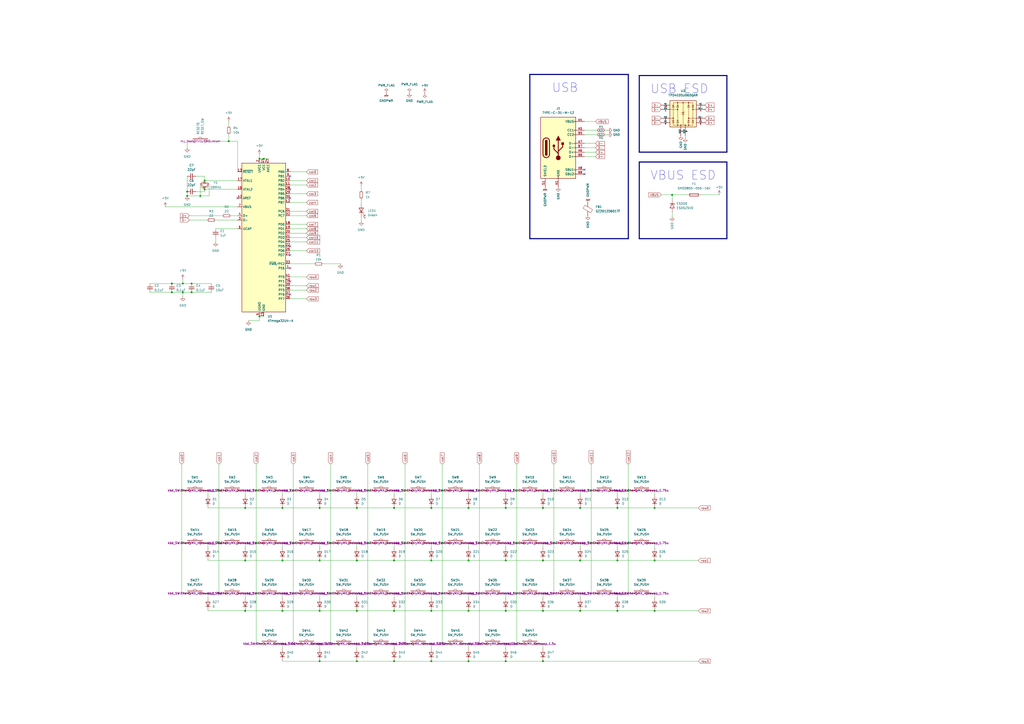
<source format=kicad_sch>
(kicad_sch (version 20231120) (generator "eeschema") (generator_version "8.0")
  (paper "A2")
  (title_block (title "Sherie") (date "2024-06-18") (rev "1.0") (company "https://www.fruity-floral.com/"))
  (junction (at 132.715 81.915))
  (junction (at 148.59 314.96))
  (junction (at 314.96 354.33))
  (junction (at 271.78 325.12))
  (junction (at 299.72 344.17))
  (junction (at 116.205 113.665))
  (junction (at 389.89 113.03))
  (junction (at 234.95 344.17))
  (junction (at 278.13 284.48))
  (junction (at 185.42 325.12))
  (junction (at 207.01 383.54))
  (junction (at 314.96 294.64))
  (junction (at 106.045 164.465))
  (junction (at 191.77 314.96))
  (junction (at 250.19 325.12))
  (junction (at 142.24 294.64))
  (junction (at 228.6 383.54))
  (junction (at 293.37 383.54))
  (junction (at 127 284.48))
  (junction (at 228.6 325.12))
  (junction (at 108.585 111.125))
  (junction (at 321.31 284.48))
  (junction (at 213.36 344.17))
  (junction (at 379.73 354.33))
  (junction (at 342.9 284.48))
  (junction (at 108.585 113.665))
  (junction (at 379.73 325.12))
  (junction (at 185.42 294.64))
  (junction (at 106.045 169.545))
  (junction (at 207.01 325.12))
  (junction (at 111.125 164.465))
  (junction (at 228.6 354.33))
  (junction (at 271.78 383.54))
  (junction (at 250.19 383.54))
  (junction (at 185.42 383.54))
  (junction (at 228.6 294.64))
  (junction (at 358.14 294.64))
  (junction (at 271.78 294.64))
  (junction (at 118.745 104.775))
  (junction (at 336.55 354.33))
  (junction (at 293.37 354.33))
  (junction (at 358.14 354.33))
  (junction (at 299.72 314.96))
  (junction (at 148.59 344.17))
  (junction (at 293.37 294.64))
  (junction (at 150.495 92.075))
  (junction (at 148.59 284.48))
  (junction (at 250.19 294.64))
  (junction (at 342.9 314.96))
  (junction (at 142.24 325.12))
  (junction (at 250.19 354.33))
  (junction (at 111.125 169.545))
  (junction (at 142.24 354.33))
  (junction (at 170.18 284.48))
  (junction (at 163.83 294.64))
  (junction (at 163.83 325.12))
  (junction (at 293.37 325.12))
  (junction (at 150.495 183.515))
  (junction (at 364.49 314.96))
  (junction (at 256.54 314.96))
  (junction (at 185.42 354.33))
  (junction (at 213.36 314.96))
  (junction (at 170.18 314.96))
  (junction (at 153.035 92.075))
  (junction (at 271.78 354.33))
  (junction (at 234.95 314.96))
  (junction (at 207.01 354.33))
  (junction (at 314.96 383.54))
  (junction (at 163.83 354.33))
  (junction (at 321.31 314.96))
  (junction (at 118.745 109.855))
  (junction (at 191.77 284.48))
  (junction (at 364.49 284.48))
  (junction (at 278.13 314.96))
  (junction (at 99.695 164.465))
  (junction (at 105.41 284.48))
  (junction (at 314.96 325.12))
  (junction (at 213.36 284.48))
  (junction (at 191.77 344.17))
  (junction (at 256.54 344.17))
  (junction (at 207.01 294.64))
  (junction (at 379.73 294.64))
  (junction (at 170.18 344.17))
  (junction (at 234.95 284.48))
  (junction (at 99.695 169.545))
  (junction (at 127 314.96))
  (junction (at 105.41 314.96))
  (junction (at 299.72 284.48))
  (junction (at 278.13 344.17))
  (junction (at 336.55 325.12))
  (junction (at 336.55 294.64))
  (junction (at 256.54 284.48))
  (junction (at 358.14 325.12))
  (no_connect (at 168.275 147.955))
  (no_connect (at 168.275 170.815))
  (no_connect (at 168.275 142.875))
  (no_connect (at 339.09 100.965))
  (no_connect (at 168.275 102.235))
  (no_connect (at 168.275 109.855))
  (no_connect (at 168.275 163.195))
  (no_connect (at 168.275 114.935))
  (no_connect (at 168.275 155.575))
  (no_connect (at 137.795 114.935))
  (no_connect (at 339.09 98.425))
  (wire (pts (xy 278.13 284.48) (xy 278.13 314.96)))
  (wire (pts (xy 336.55 346.71) (xy 336.55 344.17)))
  (wire (pts (xy 389.89 113.03) (xy 398.78 113.03)))
  (wire (pts (xy 125.095 132.715) (xy 137.795 132.715)))
  (wire (pts (xy 207.01 375.92) (xy 207.01 373.38)))
  (wire (pts (xy 250.19 354.33) (xy 271.78 354.33)))
  (wire (pts (xy 379.73 354.33) (xy 405.13 354.33)))
  (wire (pts (xy 278.13 269.24) (xy 278.13 284.48)))
  (wire (pts (xy 168.275 145.415) (xy 177.8 145.415)))
  (wire (pts (xy 168.275 117.475) (xy 177.8 117.475)))
  (wire (pts (xy 106.045 169.545) (xy 106.045 172.085)))
  (wire (pts (xy 250.19 325.12) (xy 271.78 325.12)))
  (wire (pts (xy 191.77 284.48) (xy 191.77 314.96)))
  (wire (pts (xy 142.24 325.12) (xy 163.83 325.12)))
  (wire (pts (xy 379.73 294.64) (xy 405.13 294.64)))
  (wire (pts (xy 163.83 375.92) (xy 163.83 373.38)))
  (wire (pts (xy 109.855 127.635) (xy 120.015 127.635)))
  (wire (pts (xy 150.495 89.535) (xy 150.495 92.075)))
  (wire (pts (xy 185.42 346.71) (xy 185.42 344.17)))
  (wire (pts (xy 250.19 294.64) (xy 271.78 294.64)))
  (wire (pts (xy 86.995 169.545) (xy 99.695 169.545)))
  (wire (pts (xy 108.585 102.235) (xy 108.585 111.125)))
  (wire (pts (xy 168.275 132.715) (xy 177.8 132.715)))
  (wire (pts (xy 228.6 317.5) (xy 228.6 314.96)))
  (wire (pts (xy 256.54 314.96) (xy 256.54 344.17)))
  (wire (pts (xy 111.125 169.545) (xy 122.555 169.545)))
  (wire (pts (xy 336.55 325.12) (xy 358.14 325.12)))
  (bus (pts (xy 307.34 43.18) (xy 364.49 43.18)) (stroke (width 0.635)))
  (wire (pts (xy 271.78 287.02) (xy 271.78 284.48)))
  (wire (pts (xy 364.49 269.24) (xy 364.49 284.48)))
  (wire (pts (xy 125.095 127.635) (xy 137.795 127.635)))
  (wire (pts (xy 118.745 111.125) (xy 118.745 109.855)))
  (wire (pts (xy 293.37 354.33) (xy 314.96 354.33)))
  (wire (pts (xy 228.6 346.71) (xy 228.6 344.17)))
  (wire (pts (xy 314.96 354.33) (xy 336.55 354.33)))
  (wire (pts (xy 271.78 294.64) (xy 293.37 294.64)))
  (bus (pts (xy 307.34 43.18) (xy 307.34 138.43)) (stroke (width 0.635)))
  (wire (pts (xy 209.55 115.57) (xy 209.55 118.11)))
  (wire (pts (xy 163.83 354.33) (xy 185.42 354.33)))
  (wire (pts (xy 339.09 75.565) (xy 346.075 75.565)))
  (wire (pts (xy 250.19 287.02) (xy 250.19 284.48)))
  (wire (pts (xy 358.14 294.64) (xy 379.73 294.64)))
  (wire (pts (xy 293.37 346.71) (xy 293.37 344.17)))
  (wire (pts (xy 293.37 317.5) (xy 293.37 314.96)))
  (wire (pts (xy 106.045 164.465) (xy 111.125 164.465)))
  (wire (pts (xy 168.275 125.095) (xy 177.8 125.095)))
  (wire (pts (xy 379.73 317.5) (xy 379.73 314.96)))
  (wire (pts (xy 163.83 294.64) (xy 185.42 294.64)))
  (wire (pts (xy 121.285 107.315) (xy 121.285 113.665)))
  (wire (pts (xy 163.83 325.12) (xy 185.42 325.12)))
  (wire (pts (xy 234.95 314.96) (xy 234.95 344.17)))
  (wire (pts (xy 125.095 137.795) (xy 125.095 140.335)))
  (wire (pts (xy 207.01 294.64) (xy 228.6 294.64)))
  (wire (pts (xy 127 269.24) (xy 127 284.48)))
  (wire (pts (xy 168.275 135.255) (xy 177.8 135.255)))
  (wire (pts (xy 339.09 70.485) (xy 345.44 70.485)))
  (wire (pts (xy 108.585 81.915) (xy 108.585 85.725)))
  (wire (pts (xy 168.275 153.035) (xy 182.245 153.035)))
  (wire (pts (xy 364.49 284.48) (xy 364.49 314.96)))
  (wire (pts (xy 116.205 113.665) (xy 108.585 113.665)))
  (wire (pts (xy 168.275 165.735) (xy 177.8 165.735)))
  (wire (pts (xy 314.96 346.71) (xy 314.96 344.17)))
  (wire (pts (xy 351.155 78.105) (xy 352.425 78.105)))
  (wire (pts (xy 185.42 325.12) (xy 207.01 325.12)))
  (wire (pts (xy 177.8 173.355) (xy 168.275 173.355)))
  (wire (pts (xy 314.96 294.64) (xy 336.55 294.64)))
  (wire (pts (xy 228.6 375.92) (xy 228.6 373.38)))
  (wire (pts (xy 397.51 78.74) (xy 397.51 80.01)))
  (wire (pts (xy 213.36 314.96) (xy 213.36 344.17)))
  (wire (pts (xy 113.665 102.235) (xy 118.745 102.235)))
  (wire (pts (xy 336.55 294.64) (xy 358.14 294.64)))
  (wire (pts (xy 358.14 325.12) (xy 379.73 325.12)))
  (wire (pts (xy 314.96 383.54) (xy 405.13 383.54)))
  (bus (pts (xy 364.49 43.18) (xy 364.49 138.43)) (stroke (width 0.635)))
  (wire (pts (xy 132.715 70.485) (xy 132.715 73.025)))
  (wire (pts (xy 339.09 88.265) (xy 345.44 88.265)))
  (wire (pts (xy 116.205 107.315) (xy 116.205 113.665)))
  (wire (pts (xy 271.78 317.5) (xy 271.78 314.96)))
  (wire (pts (xy 99.695 164.465) (xy 106.045 164.465)))
  (wire (pts (xy 153.035 92.075) (xy 155.575 92.075)))
  (wire (pts (xy 187.325 153.035) (xy 197.485 153.035)))
  (wire (pts (xy 271.78 325.12) (xy 293.37 325.12)))
  (wire (pts (xy 213.36 269.24) (xy 213.36 284.48)))
  (wire (pts (xy 150.495 183.515) (xy 153.035 183.515)))
  (wire (pts (xy 132.715 78.105) (xy 132.715 81.915)))
  (wire (pts (xy 278.13 344.17) (xy 278.13 373.38)))
  (wire (pts (xy 142.24 294.64) (xy 163.83 294.64)))
  (wire (pts (xy 118.745 102.235) (xy 118.745 104.775)))
  (wire (pts (xy 339.09 78.105) (xy 346.075 78.105)))
  (wire (pts (xy 207.01 287.02) (xy 207.01 284.48)))
  (wire (pts (xy 379.73 287.02) (xy 379.73 284.48)))
  (wire (pts (xy 389.89 125.73) (xy 389.89 123.19)))
  (wire (pts (xy 314.96 325.12) (xy 336.55 325.12)))
  (bus (pts (xy 307.34 138.43) (xy 364.49 138.43)) (stroke (width 0.635)))
  (wire (pts (xy 170.18 269.24) (xy 170.18 284.48)))
  (wire (pts (xy 168.275 122.555) (xy 177.8 122.555)))
  (wire (pts (xy 111.125 164.465) (xy 122.555 164.465)))
  (wire (pts (xy 271.78 383.54) (xy 293.37 383.54)))
  (wire (pts (xy 191.77 314.96) (xy 191.77 344.17)))
  (wire (pts (xy 278.13 314.96) (xy 278.13 344.17)))
  (wire (pts (xy 339.09 83.185) (xy 345.44 83.185)))
  (wire (pts (xy 271.78 375.92) (xy 271.78 373.38)))
  (wire (pts (xy 106.045 161.925) (xy 106.045 164.465)))
  (wire (pts (xy 163.83 383.54) (xy 185.42 383.54)))
  (bus (pts (xy 421.64 88.265) (xy 370.84 88.265)) (stroke (width 0.635)))
  (wire (pts (xy 213.36 284.48) (xy 213.36 314.96)))
  (wire (pts (xy 250.19 375.92) (xy 250.19 373.38)))
  (wire (pts (xy 168.275 107.315) (xy 177.8 107.315)))
  (wire (pts (xy 132.715 81.915) (xy 137.795 81.915)))
  (wire (pts (xy 342.9 269.24) (xy 342.9 284.48)))
  (wire (pts (xy 142.24 317.5) (xy 142.24 314.96)))
  (wire (pts (xy 271.78 346.71) (xy 271.78 344.17)))
  (wire (pts (xy 142.24 346.71) (xy 142.24 344.17)))
  (wire (pts (xy 185.42 317.5) (xy 185.42 314.96)))
  (bus (pts (xy 370.84 43.815) (xy 421.64 43.815)) (stroke (width 0.635)))
  (wire (pts (xy 150.495 92.075) (xy 153.035 92.075)))
  (wire (pts (xy 207.01 354.33) (xy 228.6 354.33)))
  (wire (pts (xy 148.59 284.48) (xy 148.59 314.96)))
  (wire (pts (xy 137.795 81.915) (xy 137.795 99.695)))
  (wire (pts (xy 106.045 169.545) (xy 111.125 169.545)))
  (wire (pts (xy 379.73 346.71) (xy 379.73 344.17)))
  (wire (pts (xy 339.09 85.725) (xy 345.44 85.725)))
  (wire (pts (xy 105.41 314.96) (xy 105.41 344.17)))
  (wire (pts (xy 170.18 284.48) (xy 170.18 314.96)))
  (wire (pts (xy 379.73 325.12) (xy 405.13 325.12)))
  (wire (pts (xy 342.9 314.96) (xy 342.9 344.17)))
  (wire (pts (xy 168.275 130.175) (xy 177.8 130.175)))
  (wire (pts (xy 321.31 284.48) (xy 321.31 314.96)))
  (wire (pts (xy 406.4 113.03) (xy 417.195 113.03)))
  (wire (pts (xy 168.275 140.335) (xy 177.8 140.335)))
  (wire (pts (xy 118.745 104.775) (xy 137.795 104.775)))
  (wire (pts (xy 234.95 284.48) (xy 234.95 314.96)))
  (wire (pts (xy 293.37 383.54) (xy 314.96 383.54)))
  (wire (pts (xy 191.77 269.24) (xy 191.77 284.48)))
  (wire (pts (xy 142.24 287.02) (xy 142.24 284.48)))
  (wire (pts (xy 228.6 287.02) (xy 228.6 284.48)))
  (wire (pts (xy 207.01 317.5) (xy 207.01 314.96)))
  (bus (pts (xy 421.64 43.815) (xy 421.64 88.265)) (stroke (width 0.635)))
  (wire (pts (xy 271.78 354.33) (xy 293.37 354.33)))
  (wire (pts (xy 168.275 99.695) (xy 177.8 99.695)))
  (wire (pts (xy 339.09 90.805) (xy 345.44 90.805)))
  (wire (pts (xy 207.01 325.12) (xy 228.6 325.12)))
  (wire (pts (xy 168.275 160.655) (xy 177.8 160.655)))
  (wire (pts (xy 120.65 354.33) (xy 142.24 354.33)))
  (wire (pts (xy 86.995 164.465) (xy 99.695 164.465)))
  (wire (pts (xy 351.155 75.565) (xy 352.425 75.565)))
  (wire (pts (xy 108.585 111.125) (xy 108.585 113.665)))
  (wire (pts (xy 383.54 113.03) (xy 389.89 113.03)))
  (wire (pts (xy 358.14 346.71) (xy 358.14 344.17)))
  (wire (pts (xy 234.95 269.24) (xy 234.95 284.48)))
  (wire (pts (xy 228.6 325.12) (xy 250.19 325.12)))
  (wire (pts (xy 185.42 383.54) (xy 207.01 383.54)))
  (wire (pts (xy 207.01 383.54) (xy 228.6 383.54)))
  (wire (pts (xy 293.37 375.92) (xy 293.37 373.38)))
  (wire (pts (xy 120.65 287.02) (xy 120.65 284.48)))
  (wire (pts (xy 228.6 294.64) (xy 250.19 294.64)))
  (wire (pts (xy 133.985 125.095) (xy 137.795 125.095)))
  (wire (pts (xy 209.55 125.73) (xy 209.55 128.27)))
  (wire (pts (xy 228.6 383.54) (xy 250.19 383.54)))
  (wire (pts (xy 293.37 325.12) (xy 314.96 325.12)))
  (bus (pts (xy 421.64 93.98) (xy 421.64 138.43)) (stroke (width 0.635)))
  (wire (pts (xy 168.275 112.395) (xy 177.8 112.395)))
  (wire (pts (xy 170.18 344.17) (xy 170.18 373.38)))
  (wire (pts (xy 113.665 111.125) (xy 118.745 111.125)))
  (wire (pts (xy 127 284.48) (xy 127 314.96)))
  (wire (pts (xy 105.41 284.48) (xy 105.41 314.96)))
  (wire (pts (xy 150.495 186.055) (xy 150.495 183.515)))
  (wire (pts (xy 191.77 344.17) (xy 191.77 373.38)))
  (wire (pts (xy 95.885 120.015) (xy 137.795 120.015)))
  (wire (pts (xy 185.42 294.64) (xy 207.01 294.64)))
  (wire (pts (xy 118.745 109.855) (xy 137.795 109.855)))
  (wire (pts (xy 170.18 314.96) (xy 170.18 344.17)))
  (wire (pts (xy 123.825 81.915) (xy 132.715 81.915)))
  (wire (pts (xy 336.55 354.33) (xy 358.14 354.33)))
  (wire (pts (xy 234.95 344.17) (xy 234.95 373.38)))
  (wire (pts (xy 358.14 317.5) (xy 358.14 314.96)))
  (wire (pts (xy 299.72 314.96) (xy 299.72 344.17)))
  (wire (pts (xy 120.65 325.12) (xy 142.24 325.12)))
  (wire (pts (xy 336.55 317.5) (xy 336.55 314.96)))
  (wire (pts (xy 314.96 317.5) (xy 314.96 314.96)))
  (wire (pts (xy 168.275 137.795) (xy 177.8 137.795)))
  (wire (pts (xy 358.14 287.02) (xy 358.14 284.48)))
  (wire (pts (xy 163.83 346.71) (xy 163.83 344.17)))
  (wire (pts (xy 389.89 115.57) (xy 389.89 113.03)))
  (wire (pts (xy 185.42 354.33) (xy 207.01 354.33)))
  (wire (pts (xy 109.855 125.095) (xy 128.905 125.095)))
  (wire (pts (xy 121.285 113.665) (xy 116.205 113.665)))
  (wire (pts (xy 148.59 314.96) (xy 148.59 344.17)))
  (wire (pts (xy 185.42 287.02) (xy 185.42 284.48)))
  (wire (pts (xy 185.42 375.92) (xy 185.42 373.38)))
  (wire (pts (xy 207.01 346.71) (xy 207.01 344.17)))
  (wire (pts (xy 148.59 269.24) (xy 148.59 284.48)))
  (wire (pts (xy 314.96 287.02) (xy 314.96 284.48)))
  (wire (pts (xy 256.54 269.24) (xy 256.54 284.48)))
  (wire (pts (xy 120.65 317.5) (xy 120.65 314.96)))
  (wire (pts (xy 144.145 186.055) (xy 150.495 186.055)))
  (wire (pts (xy 321.31 269.24) (xy 321.31 284.48)))
  (wire (pts (xy 358.14 354.33) (xy 379.73 354.33)))
  (wire (pts (xy 120.65 346.71) (xy 120.65 344.17)))
  (bus (pts (xy 421.64 138.43) (xy 370.84 138.43)) (stroke (width 0.635)))
  (wire (pts (xy 213.36 344.17) (xy 213.36 373.38)))
  (wire (pts (xy 293.37 287.02) (xy 293.37 284.48)))
  (wire (pts (xy 314.96 375.92) (xy 314.96 373.38)))
  (wire (pts (xy 168.275 104.775) (xy 177.8 104.775)))
  (wire (pts (xy 163.83 317.5) (xy 163.83 314.96)))
  (wire (pts (xy 299.72 284.48) (xy 299.72 314.96)))
  (wire (pts (xy 250.19 383.54) (xy 271.78 383.54)))
  (wire (pts (xy 105.41 269.24) (xy 105.41 284.48)))
  (wire (pts (xy 163.83 287.02) (xy 163.83 284.48)))
  (bus (pts (xy 370.84 93.98) (xy 421.64 93.98)) (stroke (width 0.635)))
  (wire (pts (xy 299.72 344.17) (xy 299.72 373.38)))
  (wire (pts (xy 293.37 294.64) (xy 314.96 294.64)))
  (wire (pts (xy 127 314.96) (xy 127 344.17)))
  (wire (pts (xy 250.19 317.5) (xy 250.19 314.96)))
  (wire (pts (xy 256.54 284.48) (xy 256.54 314.96)))
  (wire (pts (xy 250.19 346.71) (xy 250.19 344.17)))
  (wire (pts (xy 364.49 314.96) (xy 364.49 344.17)))
  (bus (pts (xy 370.84 43.815) (xy 370.84 88.265)) (stroke (width 0.635)))
  (wire (pts (xy 321.31 314.96) (xy 321.31 344.17)))
  (wire (pts (xy 256.54 344.17) (xy 256.54 373.38)))
  (wire (pts (xy 120.65 294.64) (xy 142.24 294.64)))
  (wire (pts (xy 342.9 284.48) (xy 342.9 314.96)))
  (wire (pts (xy 99.695 169.545) (xy 106.045 169.545)))
  (wire (pts (xy 168.275 168.275) (xy 177.8 168.275)))
  (wire (pts (xy 336.55 287.02) (xy 336.55 284.48)))
  (wire (pts (xy 228.6 354.33) (xy 250.19 354.33)))
  (wire (pts (xy 299.72 269.24) (xy 299.72 284.48)))
  (wire (pts (xy 209.55 107.95) (xy 209.55 110.49)))
  (wire (pts (xy 142.24 354.33) (xy 163.83 354.33)))
  (wire (pts (xy 148.59 344.17) (xy 148.59 373.38)))
  (bus (pts (xy 370.84 93.98) (xy 370.84 138.43)) (stroke (width 0.635)))
  (text "USB" (at 320.04 53.975 0) (effects (font (size 5.08 5.08)) (justify left bottom)))
  (text "USB ESD" (at 377.19 54.61 0) (effects (font (size 5.08 5.08)) (justify left bottom)))
  (text "VBUS ESD" (at 377.19 104.775 0) (effects (font (size 5.08 5.08)) (justify left bottom)))
  (global_label "col4" (shape input) (at 191.77 269.24 90) (property "Intersheetrefs" "${INTERSHEET_REFS}" (effects (hide yes))))
  (global_label "row0" (shape input) (at 177.8 160.655 0) (property "Intersheetrefs" "${INTERSHEET_REFS}" (effects (hide yes))))
  (global_label "col3" (shape input) (at 170.18 269.24 90) (property "Intersheetrefs" "${INTERSHEET_REFS}" (effects (hide yes))))
  (global_label "col7" (shape input) (at 177.8 130.175 0) (property "Intersheetrefs" "${INTERSHEET_REFS}" (effects (hide yes))))
  (global_label "D+" (shape input) (at 345.44 90.805 0) (property "Intersheetrefs" "${INTERSHEET_REFS}" (effects (hide yes))))
  (global_label "col8" (shape input) (at 278.13 269.24 90) (property "Intersheetrefs" "${INTERSHEET_REFS}" (effects (hide yes))))
  (global_label "D+" (shape input) (at 408.94 63.5 0) (property "Intersheetrefs" "${INTERSHEET_REFS}" (effects (hide yes))))
  (global_label "row0" (shape input) (at 405.13 294.64 0) (property "Intersheetrefs" "${INTERSHEET_REFS}" (effects (hide yes))))
  (global_label "D-" (shape input) (at 345.44 85.725 0) (property "Intersheetrefs" "${INTERSHEET_REFS}" (effects (hide yes))))
  (global_label "D+" (shape input) (at 408.94 68.58 0) (property "Intersheetrefs" "${INTERSHEET_REFS}" (effects (hide yes))))
  (global_label "col10" (shape input) (at 177.8 137.795 0) (property "Intersheetrefs" "${INTERSHEET_REFS}" (effects (hide yes))))
  (global_label "col12" (shape input) (at 177.8 145.415 0) (property "Intersheetrefs" "${INTERSHEET_REFS}" (effects (hide yes))))
  (global_label "col11" (shape input) (at 177.8 140.335 0) (property "Intersheetrefs" "${INTERSHEET_REFS}" (effects (hide yes))))
  (global_label "row3" (shape input) (at 177.8 173.355 0) (property "Intersheetrefs" "${INTERSHEET_REFS}" (effects (hide yes))))
  (global_label "col8" (shape input) (at 177.8 132.715 0) (property "Intersheetrefs" "${INTERSHEET_REFS}" (effects (hide yes))))
  (global_label "col6" (shape input) (at 234.95 269.24 90) (property "Intersheetrefs" "${INTERSHEET_REFS}" (effects (hide yes))))
  (global_label "col9" (shape input) (at 299.72 269.24 90) (property "Intersheetrefs" "${INTERSHEET_REFS}" (effects (hide yes))))
  (global_label "D-" (shape input) (at 383.54 68.58 180) (property "Intersheetrefs" "${INTERSHEET_REFS}" (effects (hide yes))))
  (global_label "VBUS" (shape input) (at 345.44 70.485 0) (property "Intersheetrefs" "${INTERSHEET_REFS}" (effects (hide yes))))
  (global_label "col1" (shape input) (at 177.8 104.775 0) (property "Intersheetrefs" "${INTERSHEET_REFS}" (effects (hide yes))))
  (global_label "row2" (shape input) (at 405.13 354.33 0) (property "Intersheetrefs" "${INTERSHEET_REFS}" (effects (hide yes))))
  (global_label "row2" (shape input) (at 177.8 168.275 0) (property "Intersheetrefs" "${INTERSHEET_REFS}" (effects (hide yes))))
  (global_label "col12" (shape input) (at 364.49 269.24 90) (property "Intersheetrefs" "${INTERSHEET_REFS}" (effects (hide yes))))
  (global_label "col7" (shape input) (at 256.54 269.24 90) (property "Intersheetrefs" "${INTERSHEET_REFS}" (effects (hide yes))))
  (global_label "col6" (shape input) (at 177.8 125.095 0) (property "Intersheetrefs" "${INTERSHEET_REFS}" (effects (hide yes))))
  (global_label "D+" (shape input) (at 109.855 125.095 180) (property "Intersheetrefs" "${INTERSHEET_REFS}" (effects (hide yes))))
  (global_label "D+" (shape input) (at 408.94 60.96 0) (property "Intersheetrefs" "${INTERSHEET_REFS}" (effects (hide yes))))
  (global_label "D-" (shape input) (at 383.54 71.12 180) (property "Intersheetrefs" "${INTERSHEET_REFS}" (effects (hide yes))))
  (global_label "col5" (shape input) (at 213.36 269.24 90) (property "Intersheetrefs" "${INTERSHEET_REFS}" (effects (hide yes))))
  (global_label "col2" (shape input) (at 148.59 269.24 90) (property "Intersheetrefs" "${INTERSHEET_REFS}" (effects (hide yes))))
  (global_label "D-" (shape input) (at 383.54 60.96 180) (property "Intersheetrefs" "${INTERSHEET_REFS}" (effects (hide yes))))
  (global_label "col10" (shape input) (at 321.31 269.24 90) (property "Intersheetrefs" "${INTERSHEET_REFS}" (effects (hide yes))))
  (global_label "col9" (shape input) (at 177.8 135.255 0) (property "Intersheetrefs" "${INTERSHEET_REFS}" (effects (hide yes))))
  (global_label "col5" (shape input) (at 177.8 122.555 0) (property "Intersheetrefs" "${INTERSHEET_REFS}" (effects (hide yes))))
  (global_label "D-" (shape input) (at 345.44 83.185 0) (property "Intersheetrefs" "${INTERSHEET_REFS}" (effects (hide yes))))
  (global_label "row3" (shape input) (at 405.13 383.54 0) (property "Intersheetrefs" "${INTERSHEET_REFS}" (effects (hide yes))))
  (global_label "col2" (shape input) (at 177.8 107.315 0) (property "Intersheetrefs" "${INTERSHEET_REFS}" (effects (hide yes))))
  (global_label "D-" (shape input) (at 383.54 63.5 180) (property "Intersheetrefs" "${INTERSHEET_REFS}" (effects (hide yes))))
  (global_label "col11" (shape input) (at 342.9 269.24 90) (property "Intersheetrefs" "${INTERSHEET_REFS}" (effects (hide yes))))
  (global_label "col4" (shape input) (at 177.8 117.475 0) (property "Intersheetrefs" "${INTERSHEET_REFS}" (effects (hide yes))))
  (global_label "D-" (shape input) (at 109.855 127.635 180) (property "Intersheetrefs" "${INTERSHEET_REFS}" (effects (hide yes))))
  (global_label "row1" (shape input) (at 405.13 325.12 0) (property "Intersheetrefs" "${INTERSHEET_REFS}" (effects (hide yes))))
  (global_label "col3" (shape input) (at 177.8 112.395 0) (property "Intersheetrefs" "${INTERSHEET_REFS}" (effects (hide yes))))
  (global_label "col0" (shape input) (at 105.41 269.24 90) (property "Intersheetrefs" "${INTERSHEET_REFS}" (effects (hide yes))))
  (global_label "col0" (shape input) (at 177.8 99.695 0) (property "Intersheetrefs" "${INTERSHEET_REFS}" (effects (hide yes))))
  (global_label "col1" (shape input) (at 127 269.24 90) (property "Intersheetrefs" "${INTERSHEET_REFS}" (effects (hide yes))))
  (global_label "D+" (shape input) (at 345.44 88.265 0) (property "Intersheetrefs" "${INTERSHEET_REFS}" (effects (hide yes))))
  (global_label "row1" (shape input) (at 177.8 165.735 0) (property "Intersheetrefs" "${INTERSHEET_REFS}" (effects (hide yes))))
  (global_label "VBUS" (shape input) (at 383.54 113.03 180) (property "Intersheetrefs" "${INTERSHEET_REFS}" (effects (hide yes))))
  (global_label "D+" (shape input) (at 408.94 71.12 0) (property "Intersheetrefs" "${INTERSHEET_REFS}" (effects (hide yes))))
  (symbol (lib_id "kbd:SW_PUSH") (at 116.205 81.915 0) (unit 1)
    (property "Reference" "RESET0" (at 114.9349 78.105 90) (effects (justify left)))
    (property "Value" "RESET_SW" (at 117.4749 78.105 90) (effects (justify left)))
    (property "Footprint" "my_footprints:SMD_reset" (at 116.205 81.915 0))
  )
  (symbol (lib_id "kbd:SW_PUSH") (at 264.16 344.17 0) (unit 1)
    (property "Reference" "SW34" (at 264.16 336.55 0))
    (property "Value" "SW_PUSH" (at 264.16 339.09 0))
    (property "Footprint" "kbd_SW:CherryMX_Hotswap_1u" (at 264.16 344.17 0))
  )
  (symbol (lib_id "Device:D") (at 163.83 350.52 90) (unit 1)
    (property "Reference" "D29" (at 166.37 349.2499 90) (effects (justify right)))
    (property "Value" "D" (at 166.37 351.7899 90) (effects (justify right)))
    (property "Footprint" "kbd_Parts:Diode_TH_SMD_without_holes" (effects (hide yes)))
    (property "Description" "Diode" (effects (hide yes)))
    (property "Sim.Device" "D" (effects (hide yes)))
    (property "Sim.Pins" "1=K 2=A" (effects (hide yes)))
  )
  (symbol (lib_id "Device:D") (at 207.01 290.83 90) (unit 1)
    (property "Reference" "D5" (at 209.55 289.5599 90) (effects (justify right)))
    (property "Value" "D" (at 209.55 292.0999 90) (effects (justify right)))
    (property "Footprint" "kbd_Parts:Diode_TH_SMD_without_holes" (effects (hide yes)))
    (property "Description" "Diode" (effects (hide yes)))
    (property "Sim.Device" "D" (effects (hide yes)))
    (property "Sim.Pins" "1=K 2=A" (effects (hide yes)))
  )
  (symbol (lib_id "kbd:SW_PUSH") (at 156.21 373.38 0) (unit 1)
    (property "Reference" "SW40" (at 156.21 365.76 0))
    (property "Value" "SW_PUSH" (at 156.21 368.3 0))
    (property "Footprint" "kbd_SW:CherryMX_Hotswap_1.5u" (at 156.21 373.38 0))
  )
  (symbol (lib_id "Device:R_Small") (at 209.55 113.03 0) (unit 1)
    (property "Reference" "R7" (at 212.09 111.7599 0) (effects (justify left)))
    (property "Value" "1k" (at 212.09 114.2999 0) (effects (justify left)))
    (property "Footprint" "Resistor_SMD:R_0805_2012Metric" (effects (hide yes)))
    (property "Description" "Resistor, small symbol" (effects (hide yes)))
  )
  (symbol (lib_id "kbd:SW_PUSH") (at 177.8 314.96 0) (unit 1)
    (property "Reference" "SW17" (at 177.8 307.34 0))
    (property "Value" "SW_PUSH" (at 177.8 309.88 0))
    (property "Footprint" "kbd_SW:CherryMX_Hotswap_1u" (at 177.8 314.96 0))
  )
  (symbol (lib_id "Device:D") (at 336.55 290.83 90) (unit 1)
    (property "Reference" "D11" (at 339.09 289.5599 90) (effects (justify right)))
    (property "Value" "D" (at 339.09 292.0999 90) (effects (justify right)))
    (property "Footprint" "kbd_Parts:Diode_TH_SMD_without_holes" (effects (hide yes)))
    (property "Description" "Diode" (effects (hide yes)))
    (property "Sim.Device" "D" (effects (hide yes)))
    (property "Sim.Pins" "1=K 2=A" (effects (hide yes)))
  )
  (symbol (lib_id "power:+5V") (at 246.38 53.975 0) (unit 1)
    (property "Reference" "#PWR021" (effects (hide yes)))
    (property "Value" "+5V" (at 246.38 49.53 0))
    (property "Description" "Power symbol creates a global label with name \"+5V\"" (effects (hide yes)))
  )
  (symbol (lib_id "Device:D") (at 271.78 379.73 90) (unit 1)
    (property "Reference" "D45" (at 274.32 378.4599 90) (effects (justify right)))
    (property "Value" "D" (at 274.32 380.9999 90) (effects (justify right)))
    (property "Footprint" "kbd_Parts:Diode_TH_SMD_without_holes" (effects (hide yes)))
    (property "Description" "Diode" (effects (hide yes)))
    (property "Sim.Device" "D" (effects (hide yes)))
    (property "Sim.Pins" "1=K 2=A" (effects (hide yes)))
  )
  (symbol (lib_id "Device:Crystal_GND24_Small") (at 118.745 107.315 270) (unit 1)
    (property "Reference" "Y1" (at 125.095 106.045 90))
    (property "Value" "16MHz" (at 125.095 108.585 90))
    (property "Footprint" "Crystal:Crystal_SMD_3225-4Pin_3.2x2.5mm" (effects (hide yes)))
    (property "Description" "Four pin crystal, GND on pins 2 and 4, small symbol" (effects (hide yes)))
  )
  (symbol (lib_id "Device:C_Small") (at 122.555 167.005 0) (unit 1)
    (property "Reference" "C5" (at 125.095 165.7412 0) (effects (justify left)))
    (property "Value" "10uF" (at 125.095 168.2812 0) (effects (justify left)))
    (property "Footprint" "Capacitor_SMD:C_0805_2012Metric" (effects (hide yes)))
    (property "Description" "Unpolarized capacitor, small symbol" (effects (hide yes)))
  )
  (symbol (lib_id "Device:D") (at 207.01 350.52 90) (unit 1)
    (property "Reference" "D31" (at 209.55 349.2499 90) (effects (justify right)))
    (property "Value" "D" (at 209.55 351.7899 90) (effects (justify right)))
    (property "Footprint" "kbd_Parts:Diode_TH_SMD_without_holes" (effects (hide yes)))
    (property "Description" "Diode" (effects (hide yes)))
    (property "Sim.Device" "D" (effects (hide yes)))
    (property "Sim.Pins" "1=K 2=A" (effects (hide yes)))
  )
  (symbol (lib_id "Connector:USB_C_Receptacle_USB2.0") (at 323.85 85.725 0) (unit 1)
    (property "Reference" "J1" (at 323.85 62.865 0))
    (property "Value" "TYPE-C-31-M-12" (at 323.85 65.405 0))
    (property "Footprint" "locallib:HRO-TYPE-C-31-M-12-Assembly" (effects (hide yes)))
    (property "Datasheet" "https://www.usb.org/sites/default/files/documents/usb_type-c.zip" (effects (hide yes)))
    (property "Manufacturer" "Koren Hroparts" (effects (hide yes)))
    (property "Manufacturer Part Number" "TYPE-C-31-M-12" (effects (hide yes)))
    (property "LCSC Part Number" "C165948" (effects (hide yes)))
  )
  (symbol (lib_id "Device:D") (at 271.78 350.52 90) (unit 1)
    (property "Reference" "D34" (at 274.32 349.2499 90) (effects (justify right)))
    (property "Value" "D" (at 274.32 351.7899 90) (effects (justify right)))
    (property "Footprint" "kbd_Parts:Diode_TH_SMD_without_holes" (effects (hide yes)))
    (property "Description" "Diode" (effects (hide yes)))
    (property "Sim.Device" "D" (effects (hide yes)))
    (property "Sim.Pins" "1=K 2=A" (effects (hide yes)))
  )
  (symbol (lib_id "kbd:SW_PUSH") (at 264.16 373.38 0) (unit 1)
    (property "Reference" "SW45" (at 264.16 365.76 0))
    (property "Value" "SW_PUSH" (at 264.16 368.3 0))
    (property "Footprint" "kbd_SW:CherryMX_Hotswap_1.5u" (at 264.16 373.38 0))
  )
  (symbol (lib_id "acheron_Symbols:TPD4E05U06DQAR") (at 396.24 66.04 0) (unit 1)
    (property "Reference" "U2" (at 396.24 52.705 0))
    (property "Value" "TPD4E05U06DQAR" (at 396.24 55.245 0))
    (property "Footprint" "acheron_Components:USON-10_2.5x1.0mm_P0.5mm" (effects (hide yes)))
    (property "Manufacturer" "MSKSEMI" (effects (hide yes)))
    (property "Package" "uSON-10" (effects (hide yes)))
    (property "Manufacturer Part Number" "TPD4E05U06DQAR" (effects (hide yes)))
    (property "LCSC Part Number" "C2836386" (effects (hide yes)))
  )
  (symbol (lib_id "Device:D") (at 293.37 379.73 90) (unit 1)
    (property "Reference" "D46" (at 295.91 378.4599 90) (effects (justify right)))
    (property "Value" "D" (at 295.91 380.9999 90) (effects (justify right)))
    (property "Footprint" "kbd_Parts:Diode_TH_SMD_without_holes" (effects (hide yes)))
    (property "Description" "Diode" (effects (hide yes)))
    (property "Sim.Device" "D" (effects (hide yes)))
    (property "Sim.Pins" "1=K 2=A" (effects (hide yes)))
  )
  (symbol (lib_id "kbd:SW_PUSH") (at 220.98 344.17 0) (unit 1)
    (property "Reference" "SW32" (at 220.98 336.55 0))
    (property "Value" "SW_PUSH" (at 220.98 339.09 0))
    (property "Footprint" "kbd_SW:CherryMX_Hotswap_1u" (at 220.98 344.17 0))
  )
  (symbol (lib_id "power:GNDPWR") (at 316.23 108.585 0) (unit 1)
    (property "Reference" "#PWR011" (effects (hide yes)))
    (property "Value" "GNDPWR" (at 316.23 111.76 90) (effects (justify right)))
  )
  (symbol (lib_id "Device:LED") (at 209.55 121.92 90) (unit 1)
    (property "Reference" "LED1" (at 213.36 122.2374 90) (effects (justify right)))
    (property "Value" "Green" (at 213.36 124.7774 90) (effects (justify right)))
    (property "Footprint" "my_footprints:LED0805-RD_GREEN" (effects (hide yes)))
    (property "Description" "Light emitting diode" (effects (hide yes)))
  )
  (symbol (lib_id "kbd:SW_PUSH") (at 199.39 314.96 0) (unit 1)
    (property "Reference" "SW18" (at 199.39 307.34 0))
    (property "Value" "SW_PUSH" (at 199.39 309.88 0))
    (property "Footprint" "kbd_SW:CherryMX_Hotswap_1u" (at 199.39 314.96 0))
  )
  (symbol (lib_id "power:PWR_FLAG") (at 224.155 53.975 0) (unit 1)
    (property "Reference" "#FLG03" (effects (hide yes)))
    (property "Value" "PWR_FLAG" (at 224.155 49.53 0))
    (property "Description" "Special symbol for telling ERC where power comes from" (effects (hide yes)))
  )
  (symbol (lib_id "Device:D") (at 163.83 379.73 90) (unit 1)
    (property "Reference" "D40" (at 166.37 378.4599 90) (effects (justify right)))
    (property "Value" "D" (at 166.37 380.9999 90) (effects (justify right)))
    (property "Footprint" "kbd_Parts:Diode_TH_SMD_without_holes" (effects (hide yes)))
    (property "Description" "Diode" (effects (hide yes)))
    (property "Sim.Device" "D" (effects (hide yes)))
    (property "Sim.Pins" "1=K 2=A" (effects (hide yes)))
  )
  (symbol (lib_id "power:GND") (at 108.585 85.725 0) (unit 1)
    (property "Reference" "#PWR09" (effects (hide yes)))
    (property "Value" "GND" (at 108.585 90.805 0))
    (property "Description" "Power symbol creates a global label with name \"GND\" , ground" (effects (hide yes)))
  )
  (symbol (lib_id "kbd:SW_PUSH") (at 242.57 284.48 0) (unit 1)
    (property "Reference" "SW7" (at 242.57 276.86 0))
    (property "Value" "SW_PUSH" (at 242.57 279.4 0))
    (property "Footprint" "kbd_SW:CherryMX_Hotswap_1u" (at 242.57 284.48 0))
  )
  (symbol (lib_id "power:PWR_FLAG") (at 246.38 53.975 180) (unit 1)
    (property "Reference" "#FLG02" (effects (hide yes)))
    (property "Value" "PWR_FLAG" (at 246.38 59.055 0))
    (property "Description" "Special symbol for telling ERC where power comes from" (effects (hide yes)))
  )
  (symbol (lib_id "power:GND") (at 125.095 140.335 0) (unit 1)
    (property "Reference" "#PWR04" (effects (hide yes)))
    (property "Value" "GND" (at 125.095 145.415 0))
    (property "Description" "Power symbol creates a global label with name \"GND\" , ground" (effects (hide yes)))
  )
  (symbol (lib_id "kbd:SW_PUSH") (at 199.39 344.17 0) (unit 1)
    (property "Reference" "SW31" (at 199.39 336.55 0))
    (property "Value" "SW_PUSH" (at 199.39 339.09 0))
    (property "Footprint" "kbd_SW:CherryMX_Hotswap_1u" (at 199.39 344.17 0))
  )
  (symbol (lib_id "kbd:SW_PUSH") (at 372.11 314.96 0) (unit 1)
    (property "Reference" "SW26" (at 372.11 307.34 0))
    (property "Value" "SW_PUSH" (at 372.11 309.88 0))
    (property "Footprint" "kbd_SW:CherryMX_Hotswap_1.75u" (at 372.11 314.96 0))
  )
  (symbol (lib_id "kbd:SW_PUSH") (at 242.57 344.17 0) (unit 1)
    (property "Reference" "SW33" (at 242.57 336.55 0))
    (property "Value" "SW_PUSH" (at 242.57 339.09 0))
    (property "Footprint" "kbd_SW:CherryMX_Hotswap_1u" (at 242.57 344.17 0))
  )
  (symbol (lib_id "kbd:SW_PUSH") (at 307.34 344.17 0) (unit 1)
    (property "Reference" "SW36" (at 307.34 336.55 0))
    (property "Value" "SW_PUSH" (at 307.34 339.09 0))
    (property "Footprint" "kbd_SW:CherryMX_Hotswap_1u" (at 307.34 344.17 0))
  )
  (symbol (lib_id "kbd:SW_PUSH") (at 199.39 373.38 0) (unit 1)
    (property "Reference" "SW42" (at 199.39 365.76 0))
    (property "Value" "SW_PUSH" (at 199.39 368.3 0))
    (property "Footprint" "kbd_SW:CherryMX_Hotswap_1.25u" (at 199.39 373.38 0))
  )
  (symbol (lib_id "power:GND") (at 108.585 113.665 0) (unit 1)
    (property "Reference" "#PWR08" (effects (hide yes)))
    (property "Value" "GND" (at 108.585 118.745 0))
    (property "Description" "Power symbol creates a global label with name \"GND\" , ground" (effects (hide yes)))
  )
  (symbol (lib_id "Device:D") (at 250.19 350.52 90) (unit 1)
    (property "Reference" "D33" (at 252.73 349.2499 90) (effects (justify right)))
    (property "Value" "D" (at 252.73 351.7899 90) (effects (justify right)))
    (property "Footprint" "kbd_Parts:Diode_TH_SMD_without_holes" (effects (hide yes)))
    (property "Description" "Diode" (effects (hide yes)))
    (property "Sim.Device" "D" (effects (hide yes)))
    (property "Sim.Pins" "1=K 2=A" (effects (hide yes)))
  )
  (symbol (lib_id "power:GND") (at 389.89 125.73 0) (unit 1)
    (property "Reference" "#PWR019" (effects (hide yes)))
    (property "Value" "GND" (at 389.89 128.905 90) (effects (justify right)))
  )
  (symbol (lib_id "kbd:SW_PUSH") (at 134.62 314.96 0) (unit 1)
    (property "Reference" "SW15" (at 134.62 307.34 0))
    (property "Value" "SW_PUSH" (at 134.62 309.88 0))
    (property "Footprint" "kbd_SW:CherryMX_Hotswap_1u" (at 134.62 314.96 0))
  )
  (symbol (lib_id "Device:D") (at 336.55 350.52 90) (unit 1)
    (property "Reference" "D37" (at 339.09 349.2499 90) (effects (justify right)))
    (property "Value" "D" (at 339.09 351.7899 90) (effects (justify right)))
    (property "Footprint" "kbd_Parts:Diode_TH_SMD_without_holes" (effects (hide yes)))
    (property "Description" "Diode" (effects (hide yes)))
    (property "Sim.Device" "D" (effects (hide yes)))
    (property "Sim.Pins" "1=K 2=A" (effects (hide yes)))
  )
  (symbol (lib_id "power:+5V") (at 106.045 161.925 0) (unit 1)
    (property "Reference" "#PWR05" (effects (hide yes)))
    (property "Value" "+5V" (at 106.045 156.845 0))
    (property "Description" "Power symbol creates a global label with name \"+5V\"" (effects (hide yes)))
  )
  (symbol (lib_id "Device:D") (at 228.6 379.73 90) (unit 1)
    (property "Reference" "D43" (at 231.14 378.4599 90) (effects (justify right)))
    (property "Value" "D" (at 231.14 380.9999 90) (effects (justify right)))
    (property "Footprint" "kbd_Parts:Diode_TH_SMD_without_holes" (effects (hide yes)))
    (property "Description" "Diode" (effects (hide yes)))
    (property "Sim.Device" "D" (effects (hide yes)))
    (property "Sim.Pins" "1=K 2=A" (effects (hide yes)))
  )
  (symbol (lib_id "Device:D") (at 142.24 321.31 90) (unit 1)
    (property "Reference" "D15" (at 144.78 320.0399 90) (effects (justify right)))
    (property "Value" "D" (at 144.78 322.5799 90) (effects (justify right)))
    (property "Footprint" "kbd_Parts:Diode_TH_SMD_without_holes" (effects (hide yes)))
    (property "Description" "Diode" (effects (hide yes)))
    (property "Sim.Device" "D" (effects (hide yes)))
    (property "Sim.Pins" "1=K 2=A" (effects (hide yes)))
  )
  (symbol (lib_id "Device:C_Small") (at 125.095 135.255 0) (unit 1)
    (property "Reference" "C1" (at 127.635 133.9912 0) (effects (justify left)))
    (property "Value" "1uF" (at 127.635 136.5312 0) (effects (justify left)))
    (property "Footprint" "Capacitor_SMD:C_0805_2012Metric" (effects (hide yes)))
    (property "Description" "Unpolarized capacitor, small symbol" (effects (hide yes)))
  )
  (symbol (lib_id "Device:D") (at 314.96 379.73 90) (unit 1)
    (property "Reference" "D47" (at 317.5 378.4599 90) (effects (justify right)))
    (property "Value" "D" (at 317.5 380.9999 90) (effects (justify right)))
    (property "Footprint" "kbd_Parts:Diode_TH_SMD_without_holes" (effects (hide yes)))
    (property "Description" "Diode" (effects (hide yes)))
    (property "Sim.Device" "D" (effects (hide yes)))
    (property "Sim.Pins" "1=K 2=A" (effects (hide yes)))
  )
  (symbol (lib_id "kbd:SW_PUSH") (at 350.52 284.48 0) (unit 1)
    (property "Reference" "SW12" (at 350.52 276.86 0))
    (property "Value" "SW_PUSH" (at 350.52 279.4 0))
    (property "Footprint" "kbd_SW:CherryMX_Hotswap_1u" (at 350.52 284.48 0))
  )
  (symbol (lib_id "Device:D") (at 314.96 350.52 90) (unit 1)
    (property "Reference" "D36" (at 317.5 349.2499 90) (effects (justify right)))
    (property "Value" "D" (at 317.5 351.7899 90) (effects (justify right)))
    (property "Footprint" "kbd_Parts:Diode_TH_SMD_without_holes" (effects (hide yes)))
    (property "Description" "Diode" (effects (hide yes)))
    (property "Sim.Device" "D" (effects (hide yes)))
    (property "Sim.Pins" "1=K 2=A" (effects (hide yes)))
  )
  (symbol (lib_id "kbd:SW_PUSH") (at 285.75 344.17 0) (unit 1)
    (property "Reference" "SW35" (at 285.75 336.55 0))
    (property "Value" "SW_PUSH" (at 285.75 339.09 0))
    (property "Footprint" "kbd_SW:CherryMX_Hotswap_1u" (at 285.75 344.17 0))
  )
  (symbol (lib_id "power:+5V") (at 95.885 120.015 0) (unit 1)
    (property "Reference" "#PWR07" (effects (hide yes)))
    (property "Value" "+5V" (at 95.885 114.935 0))
    (property "Description" "Power symbol creates a global label with name \"+5V\"" (effects (hide yes)))
  )
  (symbol (lib_id "power:GND") (at 144.145 186.055 0) (unit 1)
    (property "Reference" "#PWR02" (effects (hide yes)))
    (property "Value" "GND" (at 144.145 191.135 0))
    (property "Description" "Power symbol creates a global label with name \"GND\" , ground" (effects (hide yes)))
  )
  (symbol (lib_id "power:GND") (at 197.485 153.035 0) (unit 1)
    (property "Reference" "#PWR03" (effects (hide yes)))
    (property "Value" "GND" (at 197.485 158.115 0))
    (property "Description" "Power symbol creates a global label with name \"GND\" , ground" (effects (hide yes)))
  )
  (symbol (lib_id "Device:D") (at 185.42 321.31 90) (unit 1)
    (property "Reference" "D17" (at 187.96 320.0399 90) (effects (justify right)))
    (property "Value" "D" (at 187.96 322.5799 90) (effects (justify right)))
    (property "Footprint" "kbd_Parts:Diode_TH_SMD_without_holes" (effects (hide yes)))
    (property "Description" "Diode" (effects (hide yes)))
    (property "Sim.Device" "D" (effects (hide yes)))
    (property "Sim.Pins" "1=K 2=A" (effects (hide yes)))
  )
  (symbol (lib_id "Device:D") (at 120.65 350.52 90) (unit 1)
    (property "Reference" "D27" (at 123.19 349.2499 90) (effects (justify right)))
    (property "Value" "D" (at 123.19 351.7899 90) (effects (justify right)))
    (property "Footprint" "kbd_Parts:Diode_TH_SMD_without_holes" (effects (hide yes)))
    (property "Description" "Diode" (effects (hide yes)))
    (property "Sim.Device" "D" (effects (hide yes)))
    (property "Sim.Pins" "1=K 2=A" (effects (hide yes)))
  )
  (symbol (lib_id "Device:D") (at 271.78 321.31 90) (unit 1)
    (property "Reference" "D21" (at 274.32 320.0399 90) (effects (justify right)))
    (property "Value" "D" (at 274.32 322.5799 90) (effects (justify right)))
    (property "Footprint" "kbd_Parts:Diode_TH_SMD_without_holes" (effects (hide yes)))
    (property "Description" "Diode" (effects (hide yes)))
    (property "Sim.Device" "D" (effects (hide yes)))
    (property "Sim.Pins" "1=K 2=A" (effects (hide yes)))
  )
  (symbol (lib_id "Device:Fuse") (at 402.59 113.03 90) (unit 1)
    (property "Reference" "F1" (at 402.59 106.68 90))
    (property "Value" "SMD0805-050-16V" (at 402.59 109.22 90))
    (property "Footprint" "Fuse:Fuse_1206_3216Metric" (effects (hide yes)))
    (property "Manufacturer" "TECHFUSE" (effects (hide yes)))
    (property "Manufacturer Part Number" "SMD0805-050-16V" (effects (hide yes)))
    (property "LCSC Part Number" "C2833485" (effects (hide yes)))
    (property "Package" "F0805" (effects (hide yes)))
  )
  (symbol (lib_id "Device:C_Small") (at 111.125 111.125 90) (unit 1)
    (property "Reference" "C6" (at 111.1313 104.775 90))
    (property "Value" "22pF" (at 111.1313 107.315 90))
    (property "Footprint" "Capacitor_SMD:C_0805_2012Metric" (effects (hide yes)))
    (property "Description" "Unpolarized capacitor, small symbol" (effects (hide yes)))
  )
  (symbol (lib_id "power:GND") (at 237.49 53.975 0) (unit 1)
    (property "Reference" "#PWR022" (effects (hide yes)))
    (property "Value" "GND" (at 237.49 58.42 0))
    (property "Description" "Power symbol creates a global label with name \"GND\" , ground" (effects (hide yes)))
  )
  (symbol (lib_id "Device:C_Small") (at 86.995 167.005 0) (unit 1)
    (property "Reference" "C2" (at 89.535 165.7412 0) (effects (justify left)))
    (property "Value" "0.1uF" (at 89.535 168.2812 0) (effects (justify left)))
    (property "Footprint" "Capacitor_SMD:C_0805_2012Metric" (effects (hide yes)))
    (property "Description" "Unpolarized capacitor, small symbol" (effects (hide yes)))
  )
  (symbol (lib_id "Device:D") (at 163.83 290.83 90) (unit 1)
    (property "Reference" "D3" (at 166.37 289.5599 90) (effects (justify right)))
    (property "Value" "D" (at 166.37 292.0999 90) (effects (justify right)))
    (property "Footprint" "kbd_Parts:Diode_TH_SMD_without_holes" (effects (hide yes)))
    (property "Description" "Diode" (effects (hide yes)))
    (property "Sim.Device" "D" (effects (hide yes)))
    (property "Sim.Pins" "1=K 2=A" (effects (hide yes)))
  )
  (symbol (lib_id "Device:D") (at 379.73 350.52 90) (unit 1)
    (property "Reference" "D39" (at 382.27 349.2499 90) (effects (justify right)))
    (property "Value" "D" (effects (hide yes)))
    (property "Footprint" "kbd_Parts:Diode_TH_SMD_without_holes" (effects (hide yes)))
    (property "Description" "Diode" (effects (hide yes)))
    (property "Sim.Device" "D" (effects (hide yes)))
    (property "Sim.Pins" "1=K 2=A" (effects (hide yes)))
  )
  (symbol (lib_id "power:GND") (at 352.425 78.105 90) (unit 1)
    (property "Reference" "#PWR016" (effects (hide yes)))
    (property "Value" "GND" (at 355.6 78.105 90) (effects (justify right)))
  )
  (symbol (lib_id "power:GND") (at 352.425 75.565 90) (unit 1)
    (property "Reference" "#PWR015" (effects (hide yes)))
    (property "Value" "GND" (at 355.6 75.565 90) (effects (justify right)))
  )
  (symbol (lib_id "Device:D") (at 142.24 350.52 90) (unit 1)
    (property "Reference" "D28" (at 144.78 349.2499 90) (effects (justify right)))
    (property "Value" "D" (at 144.78 351.7899 90) (effects (justify right)))
    (property "Footprint" "kbd_Parts:Diode_TH_SMD_without_holes" (effects (hide yes)))
    (property "Description" "Diode" (effects (hide yes)))
    (property "Sim.Device" "D" (effects (hide yes)))
    (property "Sim.Pins" "1=K 2=A" (effects (hide yes)))
  )
  (symbol (lib_id "kbd:SW_PUSH") (at 307.34 314.96 0) (unit 1)
    (property "Reference" "SW23" (at 307.34 307.34 0))
    (property "Value" "SW_PUSH" (at 307.34 309.88 0))
    (property "Footprint" "kbd_SW:CherryMX_Hotswap_1u" (at 307.34 314.96 0))
  )
  (symbol (lib_id "kbd:SW_PUSH") (at 134.62 344.17 0) (unit 1)
    (property "Reference" "SW28" (at 134.62 336.55 0))
    (property "Value" "SW_PUSH" (at 134.62 339.09 0))
    (property "Footprint" "kbd_SW:CherryMX_Hotswap_1u" (at 134.62 344.17 0))
  )
  (symbol (lib_id "kbd:SW_PUSH") (at 307.34 284.48 0) (unit 1)
    (property "Reference" "SW10" (at 307.34 276.86 0))
    (property "Value" "SW_PUSH" (at 307.34 279.4 0))
    (property "Footprint" "kbd_SW:CherryMX_Hotswap_1u" (at 307.34 284.48 0))
  )
  (symbol (lib_id "kbd:SW_PUSH") (at 285.75 373.38 0) (unit 1)
    (property "Reference" "SW46" (at 285.75 365.76 0))
    (property "Value" "SW_PUSH" (at 285.75 368.3 0))
    (property "Footprint" "kbd_SW:CherryMX_Hotswap_1u" (at 285.75 373.38 0))
  )
  (symbol (lib_id "kbd:SW_PUSH") (at 113.03 284.48 0) (unit 1)
    (property "Reference" "SW1" (at 113.03 276.86 0))
    (property "Value" "SW_PUSH" (at 113.03 279.4 0))
    (property "Footprint" "kbd_SW:CherryMX_Hotswap_1.75u" (at 113.03 284.48 0))
  )
  (symbol (lib_id "power:GND") (at 394.97 78.74 0) (unit 1)
    (property "Reference" "#PWR017" (effects (hide yes)))
    (property "Value" "GND" (at 394.97 81.915 90) (effects (justify right)))
  )
  (symbol (lib_id "Device:D") (at 185.42 290.83 90) (unit 1)
    (property "Reference" "D4" (at 187.96 289.5599 90) (effects (justify right)))
    (property "Value" "D" (at 187.96 292.0999 90) (effects (justify right)))
    (property "Footprint" "kbd_Parts:Diode_TH_SMD_without_holes" (effects (hide yes)))
    (property "Description" "Diode" (effects (hide yes)))
    (property "Sim.Device" "D" (effects (hide yes)))
    (property "Sim.Pins" "1=K 2=A" (effects (hide yes)))
  )
  (symbol (lib_id "Device:D") (at 271.78 290.83 90) (unit 1)
    (property "Reference" "D8" (at 274.32 289.5599 90) (effects (justify right)))
    (property "Value" "D" (at 274.32 292.0999 90) (effects (justify right)))
    (property "Footprint" "kbd_Parts:Diode_TH_SMD_without_holes" (effects (hide yes)))
    (property "Description" "Diode" (effects (hide yes)))
    (property "Sim.Device" "D" (effects (hide yes)))
    (property "Sim.Pins" "1=K 2=A" (effects (hide yes)))
  )
  (symbol (lib_id "Device:D") (at 120.65 290.83 90) (unit 1)
    (property "Reference" "D1" (at 123.19 289.5599 90) (effects (justify right)))
    (property "Value" "D" (at 123.19 292.0999 90) (effects (justify right)))
    (property "Footprint" "kbd_Parts:Diode_TH_SMD_without_holes" (effects (hide yes)))
    (property "Description" "Diode" (effects (hide yes)))
    (property "Sim.Device" "D" (effects (hide yes)))
    (property "Sim.Pins" "1=K 2=A" (effects (hide yes)))
  )
  (symbol (lib_id "kbd:SW_PUSH") (at 156.21 284.48 0) (unit 1)
    (property "Reference" "SW3" (at 156.21 276.86 0))
    (property "Value" "SW_PUSH" (at 156.21 279.4 0))
    (property "Footprint" "kbd_SW:CherryMX_Hotswap_1u" (at 156.21 284.48 0))
  )
  (symbol (lib_id "kbd:SW_PUSH") (at 177.8 344.17 0) (unit 1)
    (property "Reference" "SW30" (at 177.8 336.55 0))
    (property "Value" "SW_PUSH" (at 177.8 339.09 0))
    (property "Footprint" "kbd_SW:CherryMX_Hotswap_1u" (at 177.8 344.17 0))
  )
  (symbol (lib_id "Device:D") (at 379.73 290.83 90) (unit 1)
    (property "Reference" "D13" (at 382.27 289.5599 90) (effects (justify right)))
    (property "Value" "D" (at 382.27 292.0999 90) (effects (justify right)))
    (property "Footprint" "kbd_Parts:Diode_TH_SMD_without_holes" (effects (hide yes)))
    (property "Description" "Diode" (effects (hide yes)))
    (property "Sim.Device" "D" (effects (hide yes)))
    (property "Sim.Pins" "1=K 2=A" (effects (hide yes)))
  )
  (symbol (lib_id "Device:R_Small") (at 132.715 75.565 0) (unit 1)
    (property "Reference" "R4" (at 135.255 74.2949 0) (effects (justify left)))
    (property "Value" "10k" (at 135.255 76.8349 0) (effects (justify left)))
    (property "Footprint" "Resistor_SMD:R_0805_2012Metric" (effects (hide yes)))
    (property "Description" "Resistor, small symbol" (effects (hide yes)))
  )
  (symbol (lib_id "Device:D") (at 250.19 321.31 90) (unit 1)
    (property "Reference" "D20" (at 252.73 320.0399 90) (effects (justify right)))
    (property "Value" "D" (at 252.73 322.5799 90) (effects (justify right)))
    (property "Footprint" "kbd_Parts:Diode_TH_SMD_without_holes" (effects (hide yes)))
    (property "Description" "Diode" (effects (hide yes)))
    (property "Sim.Device" "D" (effects (hide yes)))
    (property "Sim.Pins" "1=K 2=A" (effects (hide yes)))
  )
  (symbol (lib_id "Device:D") (at 207.01 321.31 90) (unit 1)
    (property "Reference" "D18" (at 209.55 320.0399 90) (effects (justify right)))
    (property "Value" "D" (at 209.55 322.5799 90) (effects (justify right)))
    (property "Footprint" "kbd_Parts:Diode_TH_SMD_without_holes" (effects (hide yes)))
    (property "Description" "Diode" (effects (hide yes)))
    (property "Sim.Device" "D" (effects (hide yes)))
    (property "Sim.Pins" "1=K 2=A" (effects (hide yes)))
  )
  (symbol (lib_id "Device:C_Small") (at 111.125 167.005 0) (unit 1)
    (property "Reference" "C4" (at 113.665 165.7412 0) (effects (justify left)))
    (property "Value" "0.1uF" (at 113.665 168.2812 0) (effects (justify left)))
    (property "Footprint" "Capacitor_SMD:C_0805_2012Metric" (effects (hide yes)))
    (property "Description" "Unpolarized capacitor, small symbol" (effects (hide yes)))
  )
  (symbol (lib_id "Device:D") (at 358.14 290.83 90) (unit 1)
    (property "Reference" "D12" (at 360.68 289.5599 90) (effects (justify right)))
    (property "Value" "D" (at 360.68 292.0999 90) (effects (justify right)))
    (property "Footprint" "kbd_Parts:Diode_TH_SMD_without_holes" (effects (hide yes)))
    (property "Description" "Diode" (effects (hide yes)))
    (property "Sim.Device" "D" (effects (hide yes)))
    (property "Sim.Pins" "1=K 2=A" (effects (hide yes)))
  )
  (symbol (lib_id "Device:D") (at 228.6 350.52 90) (unit 1)
    (property "Reference" "D32" (at 231.14 349.2499 90) (effects (justify right)))
    (property "Value" "D" (at 231.14 351.7899 90) (effects (justify right)))
    (property "Footprint" "kbd_Parts:Diode_TH_SMD_without_holes" (effects (hide yes)))
    (property "Description" "Diode" (effects (hide yes)))
    (property "Sim.Device" "D" (effects (hide yes)))
    (property "Sim.Pins" "1=K 2=A" (effects (hide yes)))
  )
  (symbol (lib_id "kbd:SW_PUSH") (at 199.39 284.48 0) (unit 1)
    (property "Reference" "SW5" (at 199.39 276.86 0))
    (property "Value" "SW_PUSH" (at 199.39 279.4 0))
    (property "Footprint" "kbd_SW:CherryMX_Hotswap_1u" (at 199.39 284.48 0))
  )
  (symbol (lib_id "kbd:SW_PUSH") (at 242.57 373.38 0) (unit 1)
    (property "Reference" "SW44" (at 242.57 365.76 0))
    (property "Value" "SW_PUSH" (at 242.57 368.3 0))
    (property "Footprint" "kbd_SW:CherryMX_Hotswap_1.25u" (at 242.57 373.38 0))
  )
  (symbol (lib_id "kbd:SW_PUSH") (at 156.21 314.96 0) (unit 1)
    (property "Reference" "SW16" (at 156.21 307.34 0))
    (property "Value" "SW_PUSH" (at 156.21 309.88 0))
    (property "Footprint" "kbd_SW:CherryMX_Hotswap_1u" (at 156.21 314.96 0))
  )
  (symbol (lib_id "kbd:SW_PUSH") (at 242.57 314.96 0) (unit 1)
    (property "Reference" "SW20" (at 242.57 307.34 0))
    (property "Value" "SW_PUSH" (at 242.57 309.88 0))
    (property "Footprint" "kbd_SW:CherryMX_Hotswap_1u" (at 242.57 314.96 0))
  )
  (symbol (lib_id "power:GND") (at 106.045 172.085 0) (unit 1)
    (property "Reference" "#PWR06" (effects (hide yes)))
    (property "Value" "GND" (at 106.045 177.165 0))
    (property "Description" "Power symbol creates a global label with name \"GND\" , ground" (effects (hide yes)))
  )
  (symbol (lib_name "GNDPWR_1") (lib_id "power:GNDPWR") (at 224.155 53.975 0) (unit 1)
    (property "Reference" "#PWR023" (effects (hide yes)))
    (property "Value" "GNDPWR" (at 224.028 58.42 0))
    (property "Description" "Power symbol creates a global label with name \"GNDPWR\" , global ground" (effects (hide yes)))
  )
  (symbol (lib_id "Device:D") (at 228.6 290.83 90) (unit 1)
    (property "Reference" "D6" (at 231.14 289.5599 90) (effects (justify right)))
    (property "Value" "D" (at 231.14 292.0999 90) (effects (justify right)))
    (property "Footprint" "kbd_Parts:Diode_TH_SMD_without_holes" (effects (hide yes)))
    (property "Description" "Diode" (effects (hide yes)))
    (property "Sim.Device" "D" (effects (hide yes)))
    (property "Sim.Pins" "1=K 2=A" (effects (hide yes)))
  )
  (symbol (lib_id "Device:R_Small") (at 131.445 125.095 90) (unit 1)
    (property "Reference" "R2" (at 131.445 120.015 90))
    (property "Value" "22" (at 131.445 122.555 90))
    (property "Footprint" "Resistor_SMD:R_0805_2012Metric" (effects (hide yes)))
    (property "Description" "Resistor, small symbol" (effects (hide yes)))
  )
  (symbol (lib_id "Diode:SMF6V0A") (at 389.89 119.38 270) (unit 1)
    (property "Reference" "ESDD0" (at 392.43 118.1099 90) (effects (justify left)))
    (property "Value" "ESD5Z5V0" (at 392.43 120.6499 90) (effects (justify left)))
    (property "Footprint" "Diode_SMD:D_SOD-523" (effects (hide yes)))
    (property "Datasheet" "https://www.vishay.com/doc?85881" (effects (hide yes)))
    (property "Manufacturer" "MDD" (effects (hide yes)))
    (property "Manufacturer Part Number" "ESD5Z5V0" (effects (hide yes)))
    (property "LCSC Part Number" "C502546" (effects (hide yes)))
    (property "Package" "SOD-523" (effects (hide yes)))
  )
  (symbol (lib_id "Device:D") (at 379.73 321.31 90) (unit 1)
    (property "Reference" "D26" (at 382.27 320.0399 90) (effects (justify right)))
    (property "Value" "D" (at 382.27 322.5799 90) (effects (justify right)))
    (property "Footprint" "kbd_Parts:Diode_TH_SMD_without_holes" (effects (hide yes)))
    (property "Description" "Diode" (effects (hide yes)))
    (property "Sim.Device" "D" (effects (hide yes)))
    (property "Sim.Pins" "1=K 2=A" (effects (hide yes)))
  )
  (symbol (lib_id "kbd:SW_PUSH") (at 350.52 344.17 0) (unit 1)
    (property "Reference" "SW38" (at 350.52 336.55 0))
    (property "Value" "SW_PUSH" (at 350.52 339.09 0))
    (property "Footprint" "kbd_SW:CherryMX_Hotswap_1u" (at 350.52 344.17 0))
  )
  (symbol (lib_id "kbd:SW_PUSH") (at 134.62 284.48 0) (unit 1)
    (property "Reference" "SW2" (at 134.62 276.86 0))
    (property "Value" "SW_PUSH" (at 134.62 279.4 0))
    (property "Footprint" "kbd_SW:CherryMX_Hotswap_1u" (at 134.62 284.48 0))
  )
  (symbol (lib_id "Device:D") (at 163.83 321.31 90) (unit 1)
    (property "Reference" "D16" (at 166.37 320.0399 90) (effects (justify right)))
    (property "Value" "D" (at 166.37 322.5799 90) (effects (justify right)))
    (property "Footprint" "kbd_Parts:Diode_TH_SMD_without_holes" (effects (hide yes)))
    (property "Description" "Diode" (effects (hide yes)))
    (property "Sim.Device" "D" (effects (hide yes)))
    (property "Sim.Pins" "1=K 2=A" (effects (hide yes)))
  )
  (symbol (lib_id "power:GND") (at 209.55 128.27 0) (unit 1)
    (property "Reference" "#PWR025" (effects (hide yes)))
    (property "Value" "GND" (at 209.55 133.35 0))
    (property "Description" "Power symbol creates a global label with name \"GND\" , ground" (effects (hide yes)))
  )
  (symbol (lib_id "power:+5V") (at 150.495 89.535 0) (unit 1)
    (property "Reference" "#PWR01" (effects (hide yes)))
    (property "Value" "+5V" (at 150.495 84.455 0))
    (property "Description" "Power symbol creates a global label with name \"+5V\"" (effects (hide yes)))
  )
  (symbol (lib_id "kbd:SW_PUSH") (at 113.03 314.96 0) (unit 1)
    (property "Reference" "SW14" (at 113.03 307.34 0))
    (property "Value" "SW_PUSH" (at 113.03 309.88 0))
    (property "Footprint" "kbd_SW:CherryMX_Hotswap_1.75u" (at 113.03 314.96 0))
  )
  (symbol (lib_id "kbd:SW_PUSH") (at 285.75 314.96 0) (unit 1)
    (property "Reference" "SW22" (at 285.75 307.34 0))
    (property "Value" "SW_PUSH" (at 285.75 309.88 0))
    (property "Footprint" "kbd_SW:CherryMX_Hotswap_1u" (at 285.75 314.96 0))
  )
  (symbol (lib_id "Device:D") (at 293.37 350.52 90) (unit 1)
    (property "Reference" "D35" (at 295.91 349.2499 90) (effects (justify right)))
    (property "Value" "D" (at 295.91 351.7899 90) (effects (justify right)))
    (property "Footprint" "kbd_Parts:Diode_TH_SMD_without_holes" (effects (hide yes)))
    (property "Description" "Diode" (effects (hide yes)))
    (property "Sim.Device" "D" (effects (hide yes)))
    (property "Sim.Pins" "1=K 2=A" (effects (hide yes)))
  )
  (symbol (lib_id "kbd:SW_PUSH") (at 113.03 344.17 0) (unit 1)
    (property "Reference" "SW27" (at 113.03 336.55 0))
    (property "Value" "SW_PUSH" (at 113.03 339.09 0))
    (property "Footprint" "kbd_SW:CherryMX_Hotswap_1.75u" (at 113.03 344.17 0))
  )
  (symbol (lib_id "Device:D") (at 293.37 321.31 90) (unit 1)
    (property "Reference" "D22" (at 295.91 320.0399 90) (effects (justify right)))
    (property "Value" "D" (at 295.91 322.5799 90) (effects (justify right)))
    (property "Footprint" "kbd_Parts:Diode_TH_SMD_without_holes" (effects (hide yes)))
    (property "Description" "Diode" (effects (hide yes)))
    (property "Sim.Device" "D" (effects (hide yes)))
    (property "Sim.Pins" "1=K 2=A" (effects (hide yes)))
  )
  (symbol (lib_id "Device:D") (at 358.14 350.52 90) (unit 1)
    (property "Reference" "D38" (at 360.68 349.2499 90) (effects (justify right)))
    (property "Value" "D" (at 360.68 351.7899 90) (effects (justify right)))
    (property "Footprint" "kbd_Parts:Diode_TH_SMD_without_holes" (effects (hide yes)))
    (property "Description" "Diode" (effects (hide yes)))
    (property "Sim.Device" "D" (effects (hide yes)))
    (property "Sim.Pins" "1=K 2=A" (effects (hide yes)))
  )
  (symbol (lib_id "Device:D") (at 185.42 350.52 90) (unit 1)
    (property "Reference" "D30" (at 187.96 349.2499 90) (effects (justify right)))
    (property "Value" "D" (at 187.96 351.7899 90) (effects (justify right)))
    (property "Footprint" "kbd_Parts:Diode_TH_SMD_without_holes" (effects (hide yes)))
    (property "Description" "Diode" (effects (hide yes)))
    (property "Sim.Device" "D" (effects (hide yes)))
    (property "Sim.Pins" "1=K 2=A" (effects (hide yes)))
  )
  (symbol (lib_id "power:GND") (at 397.51 80.01 0) (unit 1)
    (property "Reference" "#PWR018" (effects (hide yes)))
    (property "Value" "GND" (at 397.51 83.185 90) (effects (justify right)))
  )
  (symbol (lib_id "kbd:SW_PUSH") (at 328.93 284.48 0) (unit 1)
    (property "Reference" "SW11" (at 328.93 276.86 0))
    (property "Value" "SW_PUSH" (at 328.93 279.4 0))
    (property "Footprint" "kbd_SW:CherryMX_Hotswap_1u" (at 328.93 284.48 0))
  )
  (symbol (lib_id "power:PWR_FLAG") (at 237.49 53.975 0) (unit 1)
    (property "Reference" "#FLG01" (effects (hide yes)))
    (property "Value" "PWR_FLAG" (at 237.49 48.895 0))
    (property "Description" "Special symbol for telling ERC where power comes from" (effects (hide yes)))
  )
  (symbol (lib_id "power:+5V") (at 209.55 107.95 0) (unit 1)
    (property "Reference" "#PWR024" (effects (hide yes)))
    (property "Value" "+5V" (at 209.55 102.87 0))
    (property "Description" "Power symbol creates a global label with name \"+5V\"" (effects (hide yes)))
  )
  (symbol (lib_id "kbd:SW_PUSH") (at 350.52 314.96 0) (unit 1)
    (property "Reference" "SW25" (at 350.52 307.34 0))
    (property "Value" "SW_PUSH" (at 350.52 309.88 0))
    (property "Footprint" "kbd_SW:CherryMX_Hotswap_1u" (at 350.52 314.96 0))
  )
  (symbol (lib_id "Device:D") (at 250.19 379.73 90) (unit 1)
    (property "Reference" "D44" (at 252.73 378.4599 90) (effects (justify right)))
    (property "Value" "D" (at 252.73 380.9999 90) (effects (justify right)))
    (property "Footprint" "kbd_Parts:Diode_TH_SMD_without_holes" (effects (hide yes)))
    (property "Description" "Diode" (effects (hide yes)))
    (property "Sim.Device" "D" (effects (hide yes)))
    (property "Sim.Pins" "1=K 2=A" (effects (hide yes)))
  )
  (symbol (lib_id "kbd:SW_PUSH") (at 264.16 284.48 0) (unit 1)
    (property "Reference" "SW8" (at 264.16 276.86 0))
    (property "Value" "SW_PUSH" (at 264.16 279.4 0))
    (property "Footprint" "kbd_SW:CherryMX_Hotswap_1u" (at 264.16 284.48 0))
  )
  (symbol (lib_id "kbd:SW_PUSH") (at 307.34 373.38 0) (unit 1)
    (property "Reference" "SW47" (at 307.34 365.76 0))
    (property "Value" "SW_PUSH" (at 307.34 368.3 0))
    (property "Footprint" "kbd_SW:CherryMX_Hotswap_1.5u" (at 307.34 373.38 0))
  )
  (symbol (lib_id "kbd:SW_PUSH") (at 220.98 284.48 0) (unit 1)
    (property "Reference" "SW6" (at 220.98 276.86 0))
    (property "Value" "SW_PUSH" (at 220.98 279.4 0))
    (property "Footprint" "kbd_SW:CherryMX_Hotswap_1u" (at 220.98 284.48 0))
  )
  (symbol (lib_id "kbd:SW_PUSH") (at 328.93 344.17 0) (unit 1)
    (property "Reference" "SW37" (at 328.93 336.55 0))
    (property "Value" "SW_PUSH" (at 328.93 339.09 0))
    (property "Footprint" "kbd_SW:CherryMX_Hotswap_1u" (at 328.93 344.17 0))
  )
  (symbol (lib_id "kbd:SW_PUSH") (at 177.8 373.38 0) (unit 1)
    (property "Reference" "SW41" (at 177.8 365.76 0))
    (property "Value" "SW_PUSH" (at 177.8 368.3 0))
    (property "Footprint" "kbd_SW:CherryMX_Hotswap_1.5u" (at 177.8 373.38 0))
  )
  (symbol (lib_id "Device:D") (at 207.01 379.73 90) (unit 1)
    (property "Reference" "D42" (at 209.55 378.4599 90) (effects (justify right)))
    (property "Value" "D" (at 209.55 380.9999 90) (effects (justify right)))
    (property "Footprint" "kbd_Parts:Diode_TH_SMD_without_holes" (effects (hide yes)))
    (property "Description" "Diode" (effects (hide yes)))
    (property "Sim.Device" "D" (effects (hide yes)))
    (property "Sim.Pins" "1=K 2=A" (effects (hide yes)))
  )
  (symbol (lib_id "power:GNDPWR") (at 340.995 117.475 180) (unit 1)
    (property "Reference" "#PWR013" (effects (hide yes)))
    (property "Value" "GNDPWR" (at 340.995 114.3 90) (effects (justify right)))
  )
  (symbol (lib_id "Device:R_Small") (at 348.615 75.565 270) (unit 1)
    (property "Reference" "R5" (at 348.615 73.66 90))
    (property "Value" "5.1k" (at 348.615 75.565 90) (effects (font (size 0.762 0.762))))
    (property "Footprint" "Resistor_SMD:R_0805_2012Metric" (effects (hide yes)))
  )
  (symbol (lib_id "Device:R_Small") (at 122.555 127.635 90) (unit 1)
    (property "Reference" "R3" (at 122.555 122.555 90))
    (property "Value" "22" (at 122.555 125.095 90))
    (property "Footprint" "Resistor_SMD:R_0805_2012Metric" (effects (hide yes)))
    (property "Description" "Resistor, small symbol" (effects (hide yes)))
  )
  (symbol (lib_id "kbd:SW_PUSH") (at 285.75 284.48 0) (unit 1)
    (property "Reference" "SW9" (at 285.75 276.86 0))
    (property "Value" "SW_PUSH" (at 285.75 279.4 0))
    (property "Footprint" "kbd_SW:CherryMX_Hotswap_1u" (at 285.75 284.48 0))
  )
  (symbol (lib_id "power:+5V") (at 132.715 70.485 0) (unit 1)
    (property "Reference" "#PWR010" (effects (hide yes)))
    (property "Value" "+5V" (at 132.715 65.405 0))
    (property "Description" "Power symbol creates a global label with name \"+5V\"" (effects (hide yes)))
  )
  (symbol (lib_id "MCU_Microchip_ATmega:ATmega32U4-A") (at 153.035 137.795 0) (unit 1)
    (property "Reference" "U1" (at 155.2291 183.515 0) (effects (justify left)))
    (property "Value" "ATmega32U4-A" (at 155.2291 186.055 0) (effects (justify left)))
    (property "Footprint" "Package_QFP:TQFP-44_10x10mm_P0.8mm" (effects (hide yes)))
    (property "Datasheet" "http://ww1.microchip.com/downloads/en/DeviceDoc/Atmel-7766-8-bit-AVR-ATmega16U4-32U4_Datasheet.pdf" (effects (hide yes)))
    (property "Description" "16MHz, 32kB Flash, 2.5kB SRAM, 1kB EEPROM, USB 2.0, TQFP-44" (effects (hide yes)))
  )
  (symbol (lib_id "power:+5V") (at 417.195 113.03 0) (unit 1)
    (property "Reference" "#PWR020" (effects (hide yes)))
    (property "Value" "+5V" (at 417.195 108.585 0))
    (property "Description" "Power symbol creates a global label with name \"+5V\"" (effects (hide yes)))
  )
  (symbol (lib_id "kbd:SW_PUSH") (at 220.98 373.38 0) (unit 1)
    (property "Reference" "SW43" (at 220.98 365.76 0))
    (property "Value" "SW_PUSH" (at 220.98 368.3 0))
    (property "Footprint" "kbd_SW:CherryMX_Hotswap_2.75u" (at 220.98 373.38 0))
  )
  (symbol (lib_id "Device:D") (at 314.96 290.83 90) (unit 1)
    (property "Reference" "D10" (at 317.5 289.5599 90) (effects (justify right)))
    (property "Value" "D" (at 317.5 292.0999 90) (effects (justify right)))
    (property "Footprint" "kbd_Parts:Diode_TH_SMD_without_holes" (effects (hide yes)))
    (property "Description" "Diode" (effects (hide yes)))
    (property "Sim.Device" "D" (effects (hide yes)))
    (property "Sim.Pins" "1=K 2=A" (effects (hide yes)))
  )
  (symbol (lib_id "power:GND") (at 340.995 125.095 0) (unit 1)
    (property "Reference" "#PWR014" (effects (hide yes)))
    (property "Value" "GND" (at 340.995 128.27 90) (effects (justify right)))
  )
  (symbol (lib_id "Device:D") (at 250.19 290.83 90) (unit 1)
    (property "Reference" "D7" (at 252.73 289.5599 90) (effects (justify right)))
    (property "Value" "D" (at 252.73 292.0999 90) (effects (justify right)))
    (property "Footprint" "kbd_Parts:Diode_TH_SMD_without_holes" (effects (hide yes)))
    (property "Description" "Diode" (effects (hide yes)))
    (property "Sim.Device" "D" (effects (hide yes)))
    (property "Sim.Pins" "1=K 2=A" (effects (hide yes)))
  )
  (symbol (lib_id "kbd:SW_PUSH") (at 264.16 314.96 0) (unit 1)
    (property "Reference" "SW21" (at 264.16 307.34 0))
    (property "Value" "SW_PUSH" (at 264.16 309.88 0))
    (property "Footprint" "kbd_SW:CherryMX_Hotswap_1u" (at 264.16 314.96 0))
  )
  (symbol (lib_id "Device:R_Small") (at 348.615 78.105 90) (unit 1)
    (property "Reference" "R6" (at 348.615 80.01 90))
    (property "Value" "5.1k" (at 348.615 78.105 90) (effects (font (size 0.762 0.762))))
    (property "Footprint" "Resistor_SMD:R_0805_2012Metric" (effects (hide yes)))
  )
  (symbol (lib_id "Device:C_Small") (at 99.695 167.005 0) (unit 1)
    (property "Reference" "C3" (at 102.235 165.7412 0) (effects (justify left)))
    (property "Value" "0.1uF" (at 102.235 168.2812 0) (effects (justify left)))
    (property "Footprint" "Capacitor_SMD:C_0805_2012Metric" (effects (hide yes)))
    (property "Description" "Unpolarized capacitor, small symbol" (effects (hide yes)))
  )
  (symbol (lib_id "kbd:SW_PUSH") (at 328.93 314.96 0) (unit 1)
    (property "Reference" "SW24" (at 328.93 307.34 0))
    (property "Value" "SW_PUSH" (at 328.93 309.88 0))
    (property "Footprint" "kbd_SW:CherryMX_Hotswap_1u" (at 328.93 314.96 0))
  )
  (symbol (lib_id "kbd:SW_PUSH") (at 220.98 314.96 0) (unit 1)
    (property "Reference" "SW19" (at 220.98 307.34 0))
    (property "Value" "SW_PUSH" (at 220.98 309.88 0))
    (property "Footprint" "kbd_SW:CherryMX_Hotswap_1u" (at 220.98 314.96 0))
  )
  (symbol (lib_id "Device:FerriteBead") (at 340.995 121.285 0) (unit 1)
    (property "Reference" "FB1" (at 345.44 119.9641 0) (effects (justify left)))
    (property "Value" "GZ2012D601TF" (at 345.44 122.5041 0) (effects (justify left)))
    (property "Footprint" "Inductor_SMD:L_0805_2012Metric" (effects (hide yes)))
    (property "Manufacturer" "Sunlord" (effects (hide yes)))
    (property "Manufacturer Part Number" "GZ2012D601TF" (effects (hide yes)))
    (property "LCSC Part Number" "C1017" (effects (hide yes)))
    (property "Package" "F0805" (effects (hide yes)))
  )
  (symbol (lib_id "Device:D") (at 358.14 321.31 90) (unit 1)
    (property "Reference" "D25" (at 360.68 320.0399 90) (effects (justify right)))
    (property "Value" "D" (at 360.68 322.5799 90) (effects (justify right)))
    (property "Footprint" "kbd_Parts:Diode_TH_SMD_without_holes" (effects (hide yes)))
    (property "Description" "Diode" (effects (hide yes)))
    (property "Sim.Device" "D" (effects (hide yes)))
    (property "Sim.Pins" "1=K 2=A" (effects (hide yes)))
  )
  (symbol (lib_id "Device:D") (at 314.96 321.31 90) (unit 1)
    (property "Reference" "D23" (at 317.5 320.0399 90) (effects (justify right)))
    (property "Value" "D" (at 317.5 322.5799 90) (effects (justify right)))
    (property "Footprint" "kbd_Parts:Diode_TH_SMD_without_holes" (effects (hide yes)))
    (property "Description" "Diode" (effects (hide yes)))
    (property "Sim.Device" "D" (effects (hide yes)))
    (property "Sim.Pins" "1=K 2=A" (effects (hide yes)))
  )
  (symbol (lib_id "Device:C_Small") (at 111.125 102.235 90) (unit 1)
    (property "Reference" "C7" (at 111.1313 95.885 90))
    (property "Value" "22pF" (at 111.1313 98.425 90))
    (property "Footprint" "Capacitor_SMD:C_0805_2012Metric" (effects (hide yes)))
    (property "Description" "Unpolarized capacitor, small symbol" (effects (hide yes)))
  )
  (symbol (lib_id "power:GND") (at 323.85 108.585 0) (unit 1)
    (property "Reference" "#PWR012" (effects (hide yes)))
    (property "Value" "GND" (at 323.85 111.76 90) (effects (justify right)))
  )
  (symbol (lib_id "Device:D") (at 293.37 290.83 90) (unit 1)
    (property "Reference" "D9" (at 295.91 289.5599 90) (effects (justify right)))
    (property "Value" "D" (at 295.91 292.0999 90) (effects (justify right)))
    (property "Footprint" "kbd_Parts:Diode_TH_SMD_without_holes" (effects (hide yes)))
    (property "Description" "Diode" (effects (hide yes)))
    (property "Sim.Device" "D" (effects (hide yes)))
    (property "Sim.Pins" "1=K 2=A" (effects (hide yes)))
  )
  (symbol (lib_id "kbd:SW_PUSH") (at 156.21 344.17 0) (unit 1)
    (property "Reference" "SW29" (at 156.21 336.55 0))
    (property "Value" "SW_PUSH" (at 156.21 339.09 0))
    (property "Footprint" "kbd_SW:CherryMX_Hotswap_1u" (at 156.21 344.17 0))
  )
  (symbol (lib_id "Device:D") (at 336.55 321.31 90) (unit 1)
    (property "Reference" "D24" (at 339.09 320.0399 90) (effects (justify right)))
    (property "Value" "D" (at 339.09 322.5799 90) (effects (justify right)))
    (property "Footprint" "kbd_Parts:Diode_TH_SMD_without_holes" (effects (hide yes)))
    (property "Description" "Diode" (effects (hide yes)))
    (property "Sim.Device" "D" (effects (hide yes)))
    (property "Sim.Pins" "1=K 2=A" (effects (hide yes)))
  )
  (symbol (lib_id "Device:D") (at 185.42 379.73 90) (unit 1)
    (property "Reference" "D41" (at 187.96 378.4599 90) (effects (justify right)))
    (property "Value" "D" (at 187.96 380.9999 90) (effects (justify right)))
    (property "Footprint" "kbd_Parts:Diode_TH_SMD_without_holes" (effects (hide yes)))
    (property "Description" "Diode" (effects (hide yes)))
    (property "Sim.Device" "D" (effects (hide yes)))
    (property "Sim.Pins" "1=K 2=A" (effects (hide yes)))
  )
  (symbol (lib_id "Device:D") (at 228.6 321.31 90) (unit 1)
    (property "Reference" "D19" (at 231.14 320.0399 90) (effects (justify right)))
    (property "Value" "D" (at 231.14 322.5799 90) (effects (justify right)))
    (property "Footprint" "kbd_Parts:Diode_TH_SMD_without_holes" (effects (hide yes)))
    (property "Description" "Diode" (effects (hide yes)))
    (property "Sim.Device" "D" (effects (hide yes)))
    (property "Sim.Pins" "1=K 2=A" (effects (hide yes)))
  )
  (symbol (lib_id "kbd:SW_PUSH") (at 177.8 284.48 0) (unit 1)
    (property "Reference" "SW4" (at 177.8 276.86 0))
    (property "Value" "SW_PUSH" (at 177.8 279.4 0))
    (property "Footprint" "kbd_SW:CherryMX_Hotswap_1u" (at 177.8 284.48 0))
  )
  (symbol (lib_id "kbd:SW_PUSH") (at 372.11 344.17 0) (unit 1)
    (property "Reference" "SW39" (at 372.11 336.55 0))
    (property "Value" "SW_PUSH" (at 372.11 339.09 0))
    (property "Footprint" "kbd_SW:CherryMX_Hotswap_1.75u" (at 372.11 344.17 0))
  )
  (symbol (lib_id "Device:D") (at 142.24 290.83 90) (unit 1)
    (property "Reference" "D2" (at 144.78 289.5599 90) (effects (justify right)))
    (property "Value" "D" (at 144.78 292.0999 90) (effects (justify right)))
    (property "Footprint" "kbd_Parts:Diode_TH_SMD_without_holes" (effects (hide yes)))
    (property "Description" "Diode" (effects (hide yes)))
    (property "Sim.Device" "D" (effects (hide yes)))
    (property "Sim.Pins" "1=K 2=A" (effects (hide yes)))
  )
  (symbol (lib_id "kbd:SW_PUSH") (at 372.11 284.48 0) (unit 1)
    (property "Reference" "SW13" (at 372.11 276.86 0))
    (property "Value" "SW_PUSH" (at 372.11 279.4 0))
    (property "Footprint" "kbd_SW:CherryMX_Hotswap_1.75u" (at 372.11 284.48 0))
  )
  (symbol (lib_id "Device:R_Small") (at 184.785 153.035 90) (unit 1)
    (property "Reference" "R1" (at 184.785 147.955 90))
    (property "Value" "10k" (at 184.785 150.495 90))
    (property "Footprint" "Resistor_SMD:R_0805_2012Metric" (effects (hide yes)))
    (property "Description" "Resistor, small symbol" (effects (hide yes)))
  )
  (symbol (lib_id "Device:D") (at 120.65 321.31 90) (unit 1)
    (property "Reference" "D14" (at 123.19 320.0399 90) (effects (justify right)))
    (property "Value" "D" (at 123.19 322.5799 90) (effects (justify right)))
    (property "Footprint" "kbd_Parts:Diode_TH_SMD_without_holes" (effects (hide yes)))
    (property "Description" "Diode" (effects (hide yes)))
    (property "Sim.Device" "D" (effects (hide yes)))
    (property "Sim.Pins" "1=K 2=A" (effects (hide yes)))
  )
)
</source>
